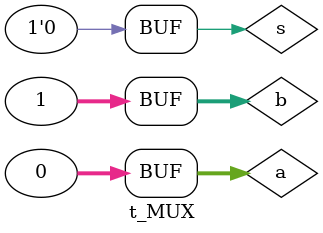
<source format=v>
module MUX(a , b ,c , s);
input [31:0]a;
input [31:0]b;
input s;
output [31:0]c ;
//assign c= (s==1)?a:b; 
assign c= (s==0)?a:b;
endmodule
module t_MUX;
reg [31:0]a;
reg [31:0]b;
reg s;
wire [31:0]c;
parameter time_out = 100;
MUX u1(a , b ,c , s);
//initial $monitor($time," pc %h , a %h ,ALU_result %h ,wr_data  %h ,rd_data %h ,Regwrite %d, ALUsrc %d, Memtoreg %d, Memread %d, Memwrite %d, Branch %d,PCsrc %d " ,pc,a,ALU_result ,wr_data,rd_data,Regwrite, ALUsrc, Memtoreg, Memread, Memwrite, Branch,PCsrc );
initial begin
	#10 a = 0; 
    b=1;
 s=0;

end

endmodule

</source>
